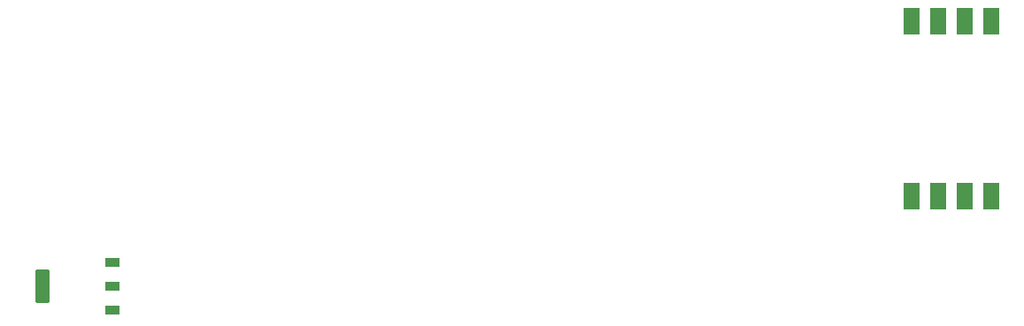
<source format=gbr>
G04*
G04 #@! TF.GenerationSoftware,Altium Limited,Altium Designer,22.4.2 (48)*
G04*
G04 Layer_Color=8421504*
%FSLAX25Y25*%
%MOIN*%
G70*
G04*
G04 #@! TF.SameCoordinates,35F994A0-CBEB-4DCB-B987-FA79AE394E82*
G04*
G04*
G04 #@! TF.FilePolarity,Positive*
G04*
G01*
G75*
%ADD15R,0.05984X0.10000*%
G04:AMPARAMS|DCode=16|XSize=36.61mil|YSize=51.58mil|CornerRadius=2.75mil|HoleSize=0mil|Usage=FLASHONLY|Rotation=90.000|XOffset=0mil|YOffset=0mil|HoleType=Round|Shape=RoundedRectangle|*
%AMROUNDEDRECTD16*
21,1,0.03661,0.04608,0,0,90.0*
21,1,0.03112,0.05158,0,0,90.0*
1,1,0.00549,0.02304,0.01556*
1,1,0.00549,0.02304,-0.01556*
1,1,0.00549,-0.02304,-0.01556*
1,1,0.00549,-0.02304,0.01556*
%
%ADD16ROUNDEDRECTD16*%
G04:AMPARAMS|DCode=17|XSize=127.56mil|YSize=51.58mil|CornerRadius=3.87mil|HoleSize=0mil|Usage=FLASHONLY|Rotation=90.000|XOffset=0mil|YOffset=0mil|HoleType=Round|Shape=RoundedRectangle|*
%AMROUNDEDRECTD17*
21,1,0.12756,0.04384,0,0,90.0*
21,1,0.11982,0.05158,0,0,90.0*
1,1,0.00774,0.02192,0.05991*
1,1,0.00774,0.02192,-0.05991*
1,1,0.00774,-0.02192,-0.05991*
1,1,0.00774,-0.02192,0.05991*
%
%ADD17ROUNDEDRECTD17*%
D15*
X641240Y343386D02*
D03*
X631240D02*
D03*
X621240D02*
D03*
X611240D02*
D03*
Y277402D02*
D03*
X621240D02*
D03*
X631240D02*
D03*
X641240D02*
D03*
D16*
X310020Y234291D02*
D03*
Y243307D02*
D03*
Y252323D02*
D03*
D17*
X283681Y243307D02*
D03*
M02*

</source>
